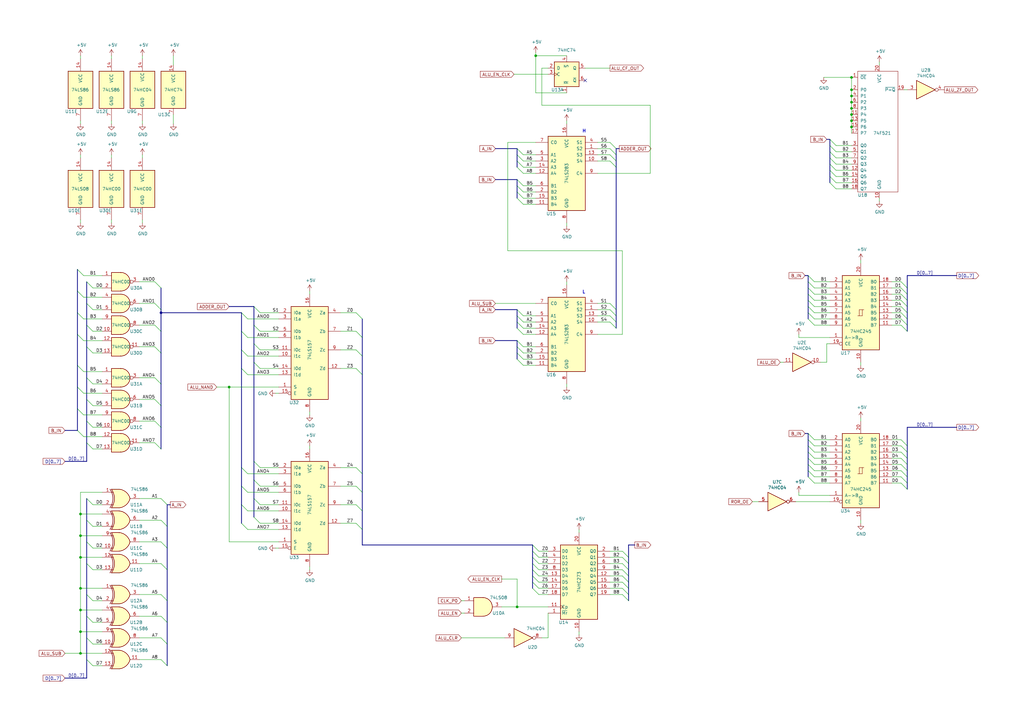
<source format=kicad_sch>
(kicad_sch (version 20231120) (generator "eeschema") (generator_version "8.0")
  (paper "A3")
  (junction (at 349.25 41.91))
  (junction (at 212.09 248.92))
  (junction (at 93.98 158.75))
  (junction (at 33.02 241.3))
  (junction (at 33.02 250.19))
  (junction (at 349.25 39.37))
  (junction (at 349.25 36.83))
  (junction (at 349.25 49.53))
  (junction (at 33.02 219.71))
  (junction (at 33.02 210.82))
  (junction (at 66.04 128.27))
  (junction (at 33.02 228.6))
  (junction (at 349.25 46.99))
  (junction (at 219.71 22.86))
  (junction (at 33.02 267.97))
  (junction (at 33.02 259.08))
  (junction (at 349.25 44.45))
  (junction (at 349.25 31.75))
  (junction (at 349.25 52.07))
  (no_connect (at 240.03 33.02))
  (bus_entry (at 340.36 67.31) (size 2.54 2.54))
  (bus_entry (at 99.06 214.63) (size 2.54 2.54))
  (bus_entry (at 212.09 127) (size 2.54 2.54))
  (bus_entry (at 331.47 190.5) (size 2.54 2.54))
  (bus_entry (at 255.27 231.14) (size 2.54 2.54))
  (bus_entry (at 146.05 143.51) (size 2.54 2.54))
  (bus_entry (at 35.56 231.14) (size 2.54 2.54))
  (bus_entry (at 99.06 191.77) (size 2.54 2.54))
  (bus_entry (at 369.57 128.27) (size 2.54 2.54))
  (bus_entry (at 99.06 128.27) (size 2.54 2.54))
  (bus_entry (at 99.06 199.39) (size 2.54 2.54))
  (bus_entry (at 218.44 236.22) (size 2.54 2.54))
  (bus_entry (at 104.14 125.73) (size 2.54 2.54))
  (bus_entry (at 369.57 123.19) (size 2.54 2.54))
  (bus_entry (at 331.47 128.27) (size 2.54 2.54))
  (bus_entry (at 63.5 115.57) (size 2.54 2.54))
  (bus_entry (at 66.04 252.73) (size 2.54 2.54))
  (bus_entry (at 250.19 63.5) (size 2.54 2.54))
  (bus_entry (at 212.09 63.5) (size 2.54 2.54))
  (bus_entry (at 146.05 151.13) (size 2.54 2.54))
  (bus_entry (at 250.19 66.04) (size 2.54 2.54))
  (bus_entry (at 31.75 176.53) (size 2.54 2.54))
  (bus_entry (at 250.19 132.08) (size 2.54 2.54))
  (bus_entry (at 369.57 187.96) (size 2.54 2.54))
  (bus_entry (at 35.56 133.35) (size 2.54 2.54))
  (bus_entry (at 31.75 110.49) (size 2.54 2.54))
  (bus_entry (at 63.5 154.94) (size 2.54 2.54))
  (bus_entry (at 146.05 199.39) (size 2.54 2.54))
  (bus_entry (at 63.5 142.24) (size 2.54 2.54))
  (bus_entry (at 369.57 125.73) (size 2.54 2.54))
  (bus_entry (at 250.19 60.96) (size 2.54 2.54))
  (bus_entry (at 104.14 133.35) (size 2.54 2.54))
  (bus_entry (at 369.57 193.04) (size 2.54 2.54))
  (bus_entry (at 212.09 81.28) (size 2.54 2.54))
  (bus_entry (at 99.06 135.89) (size 2.54 2.54))
  (bus_entry (at 104.14 212.09) (size 2.54 2.54))
  (bus_entry (at 340.36 72.39) (size 2.54 2.54))
  (bus_entry (at 104.14 148.59) (size 2.54 2.54))
  (bus_entry (at 212.09 78.74) (size 2.54 2.54))
  (bus_entry (at 340.36 59.69) (size 2.54 2.54))
  (bus_entry (at 146.05 191.77) (size 2.54 2.54))
  (bus_entry (at 146.05 207.01) (size 2.54 2.54))
  (bus_entry (at 212.09 73.66) (size 2.54 2.54))
  (bus_entry (at 331.47 185.42) (size 2.54 2.54))
  (bus_entry (at 63.5 181.61) (size 2.54 2.54))
  (bus_entry (at 66.04 270.51) (size 2.54 2.54))
  (bus_entry (at 104.14 189.23) (size 2.54 2.54))
  (bus_entry (at 369.57 180.34) (size 2.54 2.54))
  (bus_entry (at 35.56 154.94) (size 2.54 2.54))
  (bus_entry (at 212.09 60.96) (size 2.54 2.54))
  (bus_entry (at 250.19 127) (size 2.54 2.54))
  (bus_entry (at 66.04 231.14) (size 2.54 2.54))
  (bus_entry (at 99.06 143.51) (size 2.54 2.54))
  (bus_entry (at 212.09 147.32) (size 2.54 2.54))
  (bus_entry (at 218.44 223.52) (size 2.54 2.54))
  (bus_entry (at 369.57 118.11) (size 2.54 2.54))
  (bus_entry (at 35.56 222.25) (size 2.54 2.54))
  (bus_entry (at 255.27 238.76) (size 2.54 2.54))
  (bus_entry (at 35.56 213.36) (size 2.54 2.54))
  (bus_entry (at 66.04 213.36) (size 2.54 2.54))
  (bus_entry (at 340.36 64.77) (size 2.54 2.54))
  (bus_entry (at 255.27 236.22) (size 2.54 2.54))
  (bus_entry (at 35.56 243.84) (size 2.54 2.54))
  (bus_entry (at 66.04 204.47) (size 2.54 2.54))
  (bus_entry (at 35.56 181.61) (size 2.54 2.54))
  (bus_entry (at 212.09 129.54) (size 2.54 2.54))
  (bus_entry (at 212.09 144.78) (size 2.54 2.54))
  (bus_entry (at 35.56 115.57) (size 2.54 2.54))
  (bus_entry (at 63.5 124.46) (size 2.54 2.54))
  (bus_entry (at 218.44 226.06) (size 2.54 2.54))
  (bus_entry (at 331.47 180.34) (size 2.54 2.54))
  (bus_entry (at 66.04 222.25) (size 2.54 2.54))
  (bus_entry (at 146.05 135.89) (size 2.54 2.54))
  (bus_entry (at 331.47 195.58) (size 2.54 2.54))
  (bus_entry (at 369.57 190.5) (size 2.54 2.54))
  (bus_entry (at 66.04 261.62) (size 2.54 2.54))
  (bus_entry (at 331.47 182.88) (size 2.54 2.54))
  (bus_entry (at 31.75 119.38) (size 2.54 2.54))
  (bus_entry (at 250.19 129.54) (size 2.54 2.54))
  (bus_entry (at 255.27 228.6) (size 2.54 2.54))
  (bus_entry (at 255.27 241.3) (size 2.54 2.54))
  (bus_entry (at 369.57 182.88) (size 2.54 2.54))
  (bus_entry (at 31.75 128.27) (size 2.54 2.54))
  (bus_entry (at 369.57 185.42) (size 2.54 2.54))
  (bus_entry (at 212.09 68.58) (size 2.54 2.54))
  (bus_entry (at 35.56 124.46) (size 2.54 2.54))
  (bus_entry (at 31.75 137.16) (size 2.54 2.54))
  (bus_entry (at 250.19 58.42) (size 2.54 2.54))
  (bus_entry (at 340.36 62.23) (size 2.54 2.54))
  (bus_entry (at 99.06 207.01) (size 2.54 2.54))
  (bus_entry (at 369.57 115.57) (size 2.54 2.54))
  (bus_entry (at 331.47 125.73) (size 2.54 2.54))
  (bus_entry (at 218.44 231.14) (size 2.54 2.54))
  (bus_entry (at 104.14 140.97) (size 2.54 2.54))
  (bus_entry (at 331.47 130.81) (size 2.54 2.54))
  (bus_entry (at 63.5 133.35) (size 2.54 2.54))
  (bus_entry (at 340.36 69.85) (size 2.54 2.54))
  (bus_entry (at 63.5 163.83) (size 2.54 2.54))
  (bus_entry (at 218.44 233.68) (size 2.54 2.54))
  (bus_entry (at 255.27 226.06) (size 2.54 2.54))
  (bus_entry (at 331.47 123.19) (size 2.54 2.54))
  (bus_entry (at 218.44 228.6) (size 2.54 2.54))
  (bus_entry (at 35.56 163.83) (size 2.54 2.54))
  (bus_entry (at 369.57 120.65) (size 2.54 2.54))
  (bus_entry (at 369.57 198.12) (size 2.54 2.54))
  (bus_entry (at 212.09 132.08) (size 2.54 2.54))
  (bus_entry (at 331.47 193.04) (size 2.54 2.54))
  (bus_entry (at 35.56 204.47) (size 2.54 2.54))
  (bus_entry (at 35.56 252.73) (size 2.54 2.54))
  (bus_entry (at 104.14 204.47) (size 2.54 2.54))
  (bus_entry (at 31.75 149.86) (size 2.54 2.54))
  (bus_entry (at 369.57 130.81) (size 2.54 2.54))
  (bus_entry (at 331.47 113.03) (size 2.54 2.54))
  (bus_entry (at 35.56 261.62) (size 2.54 2.54))
  (bus_entry (at 212.09 76.2) (size 2.54 2.54))
  (bus_entry (at 331.47 187.96) (size 2.54 2.54))
  (bus_entry (at 331.47 118.11) (size 2.54 2.54))
  (bus_entry (at 250.19 124.46) (size 2.54 2.54))
  (bus_entry (at 218.44 241.3) (size 2.54 2.54))
  (bus_entry (at 35.56 142.24) (size 2.54 2.54))
  (bus_entry (at 331.47 177.8) (size 2.54 2.54))
  (bus_entry (at 340.36 74.93) (size 2.54 2.54))
  (bus_entry (at 255.27 233.68) (size 2.54 2.54))
  (bus_entry (at 146.05 128.27) (size 2.54 2.54))
  (bus_entry (at 31.75 158.75) (size 2.54 2.54))
  (bus_entry (at 66.04 243.84) (size 2.54 2.54))
  (bus_entry (at 146.05 214.63) (size 2.54 2.54))
  (bus_entry (at 212.09 139.7) (size 2.54 2.54))
  (bus_entry (at 212.09 134.62) (size 2.54 2.54))
  (bus_entry (at 63.5 172.72) (size 2.54 2.54))
  (bus_entry (at 31.75 167.64) (size 2.54 2.54))
  (bus_entry (at 218.44 238.76) (size 2.54 2.54))
  (bus_entry (at 35.56 172.72) (size 2.54 2.54))
  (bus_entry (at 212.09 66.04) (size 2.54 2.54))
  (bus_entry (at 99.06 151.13) (size 2.54 2.54))
  (bus_entry (at 369.57 195.58) (size 2.54 2.54))
  (bus_entry (at 212.09 142.24) (size 2.54 2.54))
  (bus_entry (at 255.27 243.84) (size 2.54 2.54))
  (bus_entry (at 331.47 120.65) (size 2.54 2.54))
  (bus_entry (at 340.36 57.15) (size 2.54 2.54))
  (bus_entry (at 35.56 270.51) (size 2.54 2.54))
  (bus_entry (at 331.47 115.57) (size 2.54 2.54))
  (bus_entry (at 104.14 196.85) (size 2.54 2.54))
  (bus_entry (at 369.57 133.35) (size 2.54 2.54))
  (bus (pts (xy 35.56 261.62) (xy 35.56 270.51)))
  (wire (pts (xy 219.71 22.86) (xy 219.71 21.59)))
  (bus (pts (xy 372.11 187.96) (xy 372.11 190.5)))
  (bus (pts (xy 104.14 133.35) (xy 104.14 140.97)))
  (wire (pts (xy 365.76 115.57) (xy 369.57 115.57)))
  (wire (pts (xy 106.68 199.39) (xy 114.3 199.39)))
  (wire (pts (xy 106.68 207.01) (xy 114.3 207.01)))
  (bus (pts (xy 26.67 278.13) (xy 35.56 278.13)))
  (bus (pts (xy 68.58 246.38) (xy 68.58 255.27)))
  (bus (pts (xy 252.73 129.54) (xy 252.73 132.08)))
  (wire (pts (xy 33.02 91.44) (xy 33.02 90.17)))
  (wire (pts (xy 266.7 43.18) (xy 222.25 43.18)))
  (wire (pts (xy 349.25 36.83) (xy 349.25 31.75)))
  (wire (pts (xy 57.15 213.36) (xy 66.04 213.36)))
  (bus (pts (xy 99.06 207.01) (xy 99.06 214.63)))
  (bus (pts (xy 257.81 223.52) (xy 257.81 228.6)))
  (bus (pts (xy 218.44 223.52) (xy 218.44 226.06)))
  (wire (pts (xy 57.15 172.72) (xy 63.5 172.72)))
  (bus (pts (xy 257.81 243.84) (xy 257.81 246.38)))
  (bus (pts (xy 35.56 142.24) (xy 35.56 154.94)))
  (bus (pts (xy 31.75 128.27) (xy 31.75 137.16)))
  (bus (pts (xy 66.04 128.27) (xy 99.06 128.27)))
  (bus (pts (xy 35.56 252.73) (xy 35.56 261.62)))
  (bus (pts (xy 252.73 60.96) (xy 254 60.96)))
  (wire (pts (xy 57.15 222.25) (xy 66.04 222.25)))
  (wire (pts (xy 41.91 113.03) (xy 34.29 113.03)))
  (wire (pts (xy 224.79 238.76) (xy 220.98 238.76)))
  (bus (pts (xy 104.14 196.85) (xy 104.14 204.47)))
  (wire (pts (xy 45.72 64.77) (xy 45.72 63.5)))
  (wire (pts (xy 41.91 130.81) (xy 34.29 130.81)))
  (bus (pts (xy 252.73 60.96) (xy 252.73 63.5)))
  (wire (pts (xy 365.76 187.96) (xy 369.57 187.96)))
  (wire (pts (xy 41.91 219.71) (xy 33.02 219.71)))
  (bus (pts (xy 68.58 215.9) (xy 68.58 224.79)))
  (wire (pts (xy 219.71 78.74) (xy 214.63 78.74)))
  (wire (pts (xy 26.67 267.97) (xy 33.02 267.97)))
  (wire (pts (xy 41.91 215.9) (xy 38.1 215.9)))
  (bus (pts (xy 340.36 59.69) (xy 340.36 62.23)))
  (wire (pts (xy 139.7 135.89) (xy 146.05 135.89)))
  (wire (pts (xy 353.06 107.95) (xy 353.06 106.68)))
  (wire (pts (xy 41.91 179.07) (xy 34.29 179.07)))
  (bus (pts (xy 340.36 69.85) (xy 340.36 72.39)))
  (bus (pts (xy 35.56 204.47) (xy 35.56 213.36)))
  (wire (pts (xy 365.76 128.27) (xy 369.57 128.27)))
  (bus (pts (xy 331.47 185.42) (xy 331.47 187.96)))
  (wire (pts (xy 114.3 146.05) (xy 101.6 146.05)))
  (bus (pts (xy 99.06 128.27) (xy 99.06 135.89)))
  (wire (pts (xy 360.68 25.4) (xy 360.68 26.67)))
  (wire (pts (xy 340.36 118.11) (xy 334.01 118.11)))
  (wire (pts (xy 349.25 41.91) (xy 349.25 39.37)))
  (wire (pts (xy 205.74 248.92) (xy 212.09 248.92)))
  (bus (pts (xy 148.59 223.52) (xy 218.44 223.52)))
  (bus (pts (xy 372.11 182.88) (xy 372.11 185.42)))
  (wire (pts (xy 203.2 124.46) (xy 219.71 124.46)))
  (bus (pts (xy 104.14 140.97) (xy 104.14 148.59)))
  (wire (pts (xy 365.76 125.73) (xy 369.57 125.73)))
  (bus (pts (xy 66.04 144.78) (xy 66.04 157.48)))
  (bus (pts (xy 68.58 255.27) (xy 68.58 264.16)))
  (wire (pts (xy 57.15 181.61) (xy 63.5 181.61)))
  (wire (pts (xy 365.76 195.58) (xy 369.57 195.58)))
  (bus (pts (xy 212.09 63.5) (xy 212.09 66.04)))
  (bus (pts (xy 257.81 223.52) (xy 260.35 223.52)))
  (wire (pts (xy 365.76 180.34) (xy 369.57 180.34)))
  (bus (pts (xy 68.58 207.01) (xy 68.58 215.9)))
  (wire (pts (xy 41.91 264.16) (xy 38.1 264.16)))
  (wire (pts (xy 349.25 72.39) (xy 342.9 72.39)))
  (wire (pts (xy 232.41 115.57) (xy 232.41 116.84)))
  (wire (pts (xy 340.36 123.19) (xy 334.01 123.19)))
  (wire (pts (xy 219.71 149.86) (xy 214.63 149.86)))
  (bus (pts (xy 372.11 130.81) (xy 372.11 133.35)))
  (wire (pts (xy 372.11 36.83) (xy 370.84 36.83)))
  (wire (pts (xy 349.25 77.47) (xy 342.9 77.47)))
  (bus (pts (xy 331.47 187.96) (xy 331.47 190.5)))
  (wire (pts (xy 365.76 118.11) (xy 369.57 118.11)))
  (bus (pts (xy 99.06 191.77) (xy 99.06 199.39)))
  (wire (pts (xy 57.15 133.35) (xy 63.5 133.35)))
  (wire (pts (xy 266.7 71.12) (xy 266.7 43.18)))
  (bus (pts (xy 104.14 125.73) (xy 104.14 133.35)))
  (wire (pts (xy 340.36 138.43) (xy 327.66 138.43)))
  (wire (pts (xy 33.02 24.13) (xy 33.02 22.86)))
  (wire (pts (xy 106.68 214.63) (xy 114.3 214.63)))
  (wire (pts (xy 114.3 217.17) (xy 101.6 217.17)))
  (bus (pts (xy 212.09 76.2) (xy 212.09 78.74)))
  (bus (pts (xy 218.44 233.68) (xy 218.44 236.22)))
  (wire (pts (xy 106.68 135.89) (xy 114.3 135.89)))
  (bus (pts (xy 372.11 133.35) (xy 372.11 135.89)))
  (wire (pts (xy 222.25 43.18) (xy 222.25 27.94)))
  (wire (pts (xy 113.03 161.29) (xy 114.3 161.29)))
  (wire (pts (xy 365.76 193.04) (xy 369.57 193.04)))
  (wire (pts (xy 41.91 161.29) (xy 34.29 161.29)))
  (wire (pts (xy 189.23 251.46) (xy 190.5 251.46)))
  (bus (pts (xy 340.36 67.31) (xy 340.36 69.85)))
  (wire (pts (xy 340.36 195.58) (xy 334.01 195.58)))
  (wire (pts (xy 308.61 205.74) (xy 311.15 205.74)))
  (wire (pts (xy 224.79 236.22) (xy 220.98 236.22)))
  (wire (pts (xy 127 184.15) (xy 127 182.88)))
  (wire (pts (xy 245.11 129.54) (xy 250.19 129.54)))
  (bus (pts (xy 331.47 115.57) (xy 331.47 118.11)))
  (bus (pts (xy 31.75 176.53) (xy 26.67 176.53)))
  (wire (pts (xy 57.15 231.14) (xy 66.04 231.14)))
  (bus (pts (xy 340.36 64.77) (xy 340.36 67.31)))
  (bus (pts (xy 218.44 226.06) (xy 218.44 228.6)))
  (bus (pts (xy 35.56 163.83) (xy 35.56 172.72)))
  (wire (pts (xy 219.71 132.08) (xy 214.63 132.08)))
  (wire (pts (xy 127 120.65) (xy 127 119.38)))
  (bus (pts (xy 148.59 194.31) (xy 148.59 201.93)))
  (wire (pts (xy 41.91 127) (xy 38.1 127)))
  (bus (pts (xy 66.04 135.89) (xy 66.04 144.78)))
  (wire (pts (xy 57.15 142.24) (xy 63.5 142.24)))
  (wire (pts (xy 250.19 228.6) (xy 255.27 228.6)))
  (wire (pts (xy 139.7 143.51) (xy 146.05 143.51)))
  (bus (pts (xy 331.47 113.03) (xy 330.2 113.03)))
  (bus (pts (xy 252.73 63.5) (xy 252.73 66.04)))
  (bus (pts (xy 331.47 193.04) (xy 331.47 195.58)))
  (wire (pts (xy 114.3 209.55) (xy 101.6 209.55)))
  (bus (pts (xy 35.56 270.51) (xy 35.56 278.13)))
  (wire (pts (xy 57.15 270.51) (xy 66.04 270.51)))
  (bus (pts (xy 372.11 175.26) (xy 392.43 175.26)))
  (bus (pts (xy 218.44 238.76) (xy 218.44 241.3)))
  (wire (pts (xy 41.91 273.05) (xy 38.1 273.05)))
  (wire (pts (xy 139.7 199.39) (xy 146.05 199.39)))
  (wire (pts (xy 245.11 71.12) (xy 266.7 71.12)))
  (wire (pts (xy 41.91 166.37) (xy 38.1 166.37)))
  (bus (pts (xy 372.11 120.65) (xy 372.11 123.19)))
  (bus (pts (xy 372.11 128.27) (xy 372.11 130.81)))
  (wire (pts (xy 41.91 157.48) (xy 38.1 157.48)))
  (wire (pts (xy 139.7 151.13) (xy 146.05 151.13)))
  (wire (pts (xy 219.71 81.28) (xy 214.63 81.28)))
  (wire (pts (xy 245.11 63.5) (xy 250.19 63.5)))
  (wire (pts (xy 365.76 133.35) (xy 369.57 133.35)))
  (bus (pts (xy 372.11 113.03) (xy 392.43 113.03)))
  (wire (pts (xy 237.49 260.35) (xy 237.49 259.08)))
  (wire (pts (xy 224.79 261.62) (xy 224.79 251.46)))
  (bus (pts (xy 372.11 123.19) (xy 372.11 125.73)))
  (wire (pts (xy 245.11 58.42) (xy 250.19 58.42)))
  (bus (pts (xy 252.73 68.58) (xy 252.73 127)))
  (wire (pts (xy 250.19 226.06) (xy 255.27 226.06)))
  (bus (pts (xy 31.75 119.38) (xy 31.75 128.27)))
  (bus (pts (xy 252.73 127) (xy 252.73 129.54)))
  (wire (pts (xy 340.36 120.65) (xy 334.01 120.65)))
  (wire (pts (xy 114.3 194.31) (xy 101.6 194.31)))
  (wire (pts (xy 41.91 121.92) (xy 34.29 121.92)))
  (wire (pts (xy 212.09 248.92) (xy 224.79 248.92)))
  (wire (pts (xy 41.91 144.78) (xy 38.1 144.78)))
  (bus (pts (xy 31.75 137.16) (xy 31.75 149.86)))
  (bus (pts (xy 372.11 113.03) (xy 372.11 118.11)))
  (wire (pts (xy 365.76 185.42) (xy 369.57 185.42)))
  (wire (pts (xy 41.91 250.19) (xy 33.02 250.19)))
  (wire (pts (xy 57.15 261.62) (xy 66.04 261.62)))
  (wire (pts (xy 41.91 184.15) (xy 38.1 184.15)))
  (wire (pts (xy 212.09 248.92) (xy 212.09 237.49)))
  (wire (pts (xy 222.25 27.94) (xy 224.79 27.94)))
  (wire (pts (xy 219.71 76.2) (xy 214.63 76.2)))
  (wire (pts (xy 224.79 228.6) (xy 220.98 228.6)))
  (bus (pts (xy 257.81 228.6) (xy 257.81 231.14)))
  (bus (pts (xy 372.11 195.58) (xy 372.11 198.12)))
  (wire (pts (xy 45.72 91.44) (xy 45.72 90.17)))
  (bus (pts (xy 212.09 139.7) (xy 212.09 142.24)))
  (bus (pts (xy 212.09 129.54) (xy 212.09 132.08)))
  (wire (pts (xy 337.82 31.75) (xy 349.25 31.75)))
  (wire (pts (xy 349.25 67.31) (xy 342.9 67.31)))
  (wire (pts (xy 353.06 172.72) (xy 353.06 171.45)))
  (wire (pts (xy 222.25 261.62) (xy 224.79 261.62)))
  (wire (pts (xy 57.15 204.47) (xy 66.04 204.47)))
  (wire (pts (xy 219.71 66.04) (xy 214.63 66.04)))
  (wire (pts (xy 208.28 58.42) (xy 219.71 58.42)))
  (wire (pts (xy 41.91 259.08) (xy 33.02 259.08)))
  (wire (pts (xy 224.79 243.84) (xy 220.98 243.84)))
  (bus (pts (xy 212.09 142.24) (xy 212.09 144.78)))
  (wire (pts (xy 58.42 90.17) (xy 58.42 91.44)))
  (bus (pts (xy 99.06 135.89) (xy 99.06 143.51)))
  (wire (pts (xy 57.15 243.84) (xy 66.04 243.84)))
  (bus (pts (xy 340.36 57.15) (xy 339.09 57.15)))
  (bus (pts (xy 331.47 182.88) (xy 331.47 185.42)))
  (bus (pts (xy 257.81 238.76) (xy 257.81 241.3)))
  (bus (pts (xy 372.11 175.26) (xy 372.11 182.88)))
  (bus (pts (xy 331.47 118.11) (xy 331.47 120.65)))
  (bus (pts (xy 252.73 66.04) (xy 252.73 68.58)))
  (wire (pts (xy 349.25 62.23) (xy 342.9 62.23)))
  (wire (pts (xy 41.91 207.01) (xy 38.1 207.01)))
  (wire (pts (xy 340.36 187.96) (xy 334.01 187.96)))
  (bus (pts (xy 66.04 157.48) (xy 66.04 166.37)))
  (bus (pts (xy 35.56 213.36) (xy 35.56 222.25)))
  (wire (pts (xy 250.19 231.14) (xy 255.27 231.14)))
  (bus (pts (xy 212.09 60.96) (xy 203.2 60.96)))
  (wire (pts (xy 212.09 237.49) (xy 205.74 237.49)))
  (wire (pts (xy 114.3 138.43) (xy 101.6 138.43)))
  (bus (pts (xy 331.47 190.5) (xy 331.47 193.04)))
  (bus (pts (xy 372.11 185.42) (xy 372.11 187.96)))
  (wire (pts (xy 33.02 259.08) (xy 33.02 267.97)))
  (wire (pts (xy 245.11 137.16) (xy 255.27 137.16)))
  (bus (pts (xy 212.09 127) (xy 212.09 129.54)))
  (wire (pts (xy 41.91 233.68) (xy 38.1 233.68)))
  (wire (pts (xy 33.02 64.77) (xy 33.02 63.5)))
  (wire (pts (xy 340.36 203.2) (xy 327.66 203.2)))
  (wire (pts (xy 349.25 69.85) (xy 342.9 69.85)))
  (bus (pts (xy 68.58 233.68) (xy 68.58 246.38)))
  (bus (pts (xy 257.81 231.14) (xy 257.81 233.68)))
  (bus (pts (xy 340.36 57.15) (xy 340.36 59.69)))
  (wire (pts (xy 237.49 217.17) (xy 237.49 218.44)))
  (wire (pts (xy 255.27 137.16) (xy 255.27 102.87)))
  (bus (pts (xy 35.56 124.46) (xy 35.56 133.35)))
  (wire (pts (xy 58.42 63.5) (xy 58.42 64.77)))
  (bus (pts (xy 104.14 189.23) (xy 104.14 196.85)))
  (bus (pts (xy 35.56 231.14) (xy 35.56 243.84)))
  (wire (pts (xy 219.71 134.62) (xy 214.63 134.62)))
  (bus (pts (xy 331.47 128.27) (xy 331.47 130.81)))
  (wire (pts (xy 340.36 125.73) (xy 334.01 125.73)))
  (wire (pts (xy 245.11 60.96) (xy 250.19 60.96)))
  (wire (pts (xy 349.25 52.07) (xy 349.25 49.53)))
  (bus (pts (xy 203.2 73.66) (xy 212.09 73.66)))
  (wire (pts (xy 232.41 49.53) (xy 232.41 50.8)))
  (wire (pts (xy 219.71 71.12) (xy 214.63 71.12)))
  (wire (pts (xy 340.36 185.42) (xy 334.01 185.42)))
  (wire (pts (xy 106.68 151.13) (xy 114.3 151.13)))
  (wire (pts (xy 339.09 140.97) (xy 340.36 140.97)))
  (bus (pts (xy 66.04 175.26) (xy 66.04 184.15)))
  (wire (pts (xy 349.25 74.93) (xy 342.9 74.93)))
  (bus (pts (xy 31.75 158.75) (xy 31.75 167.64)))
  (wire (pts (xy 336.55 148.59) (xy 339.09 148.59)))
  (wire (pts (xy 340.36 190.5) (xy 334.01 190.5)))
  (wire (pts (xy 208.28 102.87) (xy 208.28 58.42)))
  (wire (pts (xy 139.7 214.63) (xy 146.05 214.63)))
  (wire (pts (xy 41.91 118.11) (xy 38.1 118.11)))
  (bus (pts (xy 212.09 132.08) (xy 212.09 134.62)))
  (wire (pts (xy 106.68 143.51) (xy 114.3 143.51)))
  (bus (pts (xy 31.75 167.64) (xy 31.75 176.53)))
  (bus (pts (xy 26.67 189.23) (xy 35.56 189.23)))
  (wire (pts (xy 139.7 207.01) (xy 146.05 207.01)))
  (bus (pts (xy 99.06 199.39) (xy 99.06 207.01)))
  (wire (pts (xy 339.09 148.59) (xy 339.09 140.97)))
  (wire (pts (xy 93.98 158.75) (xy 114.3 158.75)))
  (wire (pts (xy 232.41 158.75) (xy 232.41 157.48)))
  (wire (pts (xy 93.98 158.75) (xy 93.98 222.25)))
  (bus (pts (xy 35.56 154.94) (xy 35.56 163.83)))
  (wire (pts (xy 113.03 224.79) (xy 114.3 224.79)))
  (bus (pts (xy 148.59 209.55) (xy 148.59 217.17)))
  (wire (pts (xy 106.68 128.27) (xy 114.3 128.27)))
  (bus (pts (xy 148.59 201.93) (xy 148.59 209.55)))
  (bus (pts (xy 257.81 241.3) (xy 257.81 243.84)))
  (bus (pts (xy 372.11 125.73) (xy 372.11 128.27)))
  (bus (pts (xy 218.44 236.22) (xy 218.44 238.76)))
  (bus (pts (xy 372.11 118.11) (xy 372.11 120.65)))
  (bus (pts (xy 212.09 73.66) (xy 212.09 76.2)))
  (bus (pts (xy 99.06 143.51) (xy 99.06 151.13)))
  (wire (pts (xy 250.19 243.84) (xy 255.27 243.84)))
  (bus (pts (xy 331.47 177.8) (xy 330.2 177.8)))
  (bus (pts (xy 203.2 139.7) (xy 212.09 139.7)))
  (wire (pts (xy 219.71 68.58) (xy 214.63 68.58)))
  (wire (pts (xy 255.27 102.87) (xy 208.28 102.87)))
  (wire (pts (xy 365.76 182.88) (xy 369.57 182.88)))
  (wire (pts (xy 250.19 233.68) (xy 255.27 233.68)))
  (wire (pts (xy 33.02 50.8) (xy 33.02 49.53)))
  (wire (pts (xy 41.91 170.18) (xy 34.29 170.18)))
  (bus (pts (xy 66.04 127) (xy 66.04 128.27)))
  (wire (pts (xy 245.11 127) (xy 250.19 127)))
  (bus (pts (xy 212.09 127) (xy 203.2 127)))
  (bus (pts (xy 66.04 166.37) (xy 66.04 175.26)))
  (wire (pts (xy 139.7 128.27) (xy 146.05 128.27)))
  (wire (pts (xy 41.91 241.3) (xy 33.02 241.3)))
  (wire (pts (xy 349.25 49.53) (xy 349.25 46.99)))
  (wire (pts (xy 250.19 236.22) (xy 255.27 236.22)))
  (wire (pts (xy 232.41 92.71) (xy 232.41 91.44)))
  (wire (pts (xy 224.79 226.06) (xy 220.98 226.06)))
  (bus (pts (xy 35.56 172.72) (xy 35.56 181.61)))
  (wire (pts (xy 57.15 124.46) (xy 63.5 124.46)))
  (bus (pts (xy 148.59 130.81) (xy 148.59 138.43)))
  (wire (pts (xy 41.91 224.79) (xy 38.1 224.79)))
  (wire (pts (xy 127 170.18) (xy 127 168.91)))
  (wire (pts (xy 210.82 30.48) (xy 224.79 30.48)))
  (wire (pts (xy 326.39 205.74) (xy 340.36 205.74)))
  (bus (pts (xy 148.59 153.67) (xy 148.59 194.31)))
  (wire (pts (xy 41.91 175.26) (xy 38.1 175.26)))
  (wire (pts (xy 360.68 82.55) (xy 360.68 81.28)))
  (wire (pts (xy 33.02 241.3) (xy 33.02 228.6)))
  (wire (pts (xy 327.66 138.43) (xy 327.66 137.16)))
  (wire (pts (xy 127 233.68) (xy 127 232.41)))
  (wire (pts (xy 33.02 219.71) (xy 33.02 210.82)))
  (bus (pts (xy 331.47 123.19) (xy 331.47 125.73)))
  (bus (pts (xy 331.47 120.65) (xy 331.47 123.19)))
  (bus (pts (xy 68.58 264.16) (xy 68.58 273.05)))
  (wire (pts (xy 353.06 149.86) (xy 353.06 148.59)))
  (bus (pts (xy 31.75 110.49) (xy 31.75 119.38)))
  (wire (pts (xy 33.02 267.97) (xy 41.91 267.97)))
  (bus (pts (xy 35.56 222.25) (xy 35.56 231.14)))
  (wire (pts (xy 349.25 46.99) (xy 349.25 44.45)))
  (wire (pts (xy 219.71 63.5) (xy 214.63 63.5)))
  (wire (pts (xy 224.79 231.14) (xy 220.98 231.14)))
  (bus (pts (xy 66.04 118.11) (xy 66.04 127)))
  (bus (pts (xy 340.36 72.39) (xy 340.36 74.93)))
  (bus (pts (xy 218.44 231.14) (xy 218.44 233.68)))
  (wire (pts (xy 41.91 255.27) (xy 38.1 255.27)))
  (wire (pts (xy 340.36 198.12) (xy 334.01 198.12)))
  (wire (pts (xy 219.71 83.82) (xy 214.63 83.82)))
  (bus (pts (xy 35.56 243.84) (xy 35.56 252.73)))
  (wire (pts (xy 41.91 210.82) (xy 33.02 210.82)))
  (wire (pts (xy 33.02 250.19) (xy 33.02 241.3)))
  (bus (pts (xy 68.58 207.01) (xy 69.85 207.01)))
  (bus (pts (xy 104.14 148.59) (xy 104.14 189.23)))
  (bus (pts (xy 331.47 125.73) (xy 331.47 128.27)))
  (wire (pts (xy 250.19 241.3) (xy 255.27 241.3)))
  (bus (pts (xy 372.11 193.04) (xy 372.11 195.58)))
  (bus (pts (xy 148.59 146.05) (xy 148.59 153.67)))
  (wire (pts (xy 320.04 148.59) (xy 321.31 148.59)))
  (wire (pts (xy 114.3 153.67) (xy 101.6 153.67)))
  (wire (pts (xy 93.98 222.25) (xy 114.3 222.25)))
  (wire (pts (xy 58.42 50.8) (xy 58.42 49.53)))
  (wire (pts (xy 340.36 128.27) (xy 334.01 128.27)))
  (bus (pts (xy 148.59 217.17) (xy 148.59 223.52)))
  (bus (pts (xy 35.56 133.35) (xy 35.56 142.24)))
  (wire (pts (xy 189.23 261.62) (xy 207.01 261.62)))
  (wire (pts (xy 240.03 27.94) (xy 250.19 27.94)))
  (wire (pts (xy 340.36 115.57) (xy 334.01 115.57)))
  (wire (pts (xy 349.25 54.61) (xy 349.25 52.07)))
  (bus (pts (xy 340.36 62.23) (xy 340.36 64.77)))
  (bus (pts (xy 31.75 149.86) (xy 31.75 158.75)))
  (bus (pts (xy 372.11 198.12) (xy 372.11 200.66)))
  (bus (pts (xy 68.58 224.79) (xy 68.58 233.68)))
  (wire (pts (xy 33.02 210.82) (xy 33.02 201.93)))
  (wire (pts (xy 224.79 233.68) (xy 220.98 233.68)))
  (bus (pts (xy 212.09 144.78) (xy 212.09 147.32)))
  (wire (pts (xy 189.23 246.38) (xy 190.5 246.38)))
  (wire (pts (xy 349.25 44.45) (xy 349.25 41.91)))
  (wire (pts (xy 365.76 190.5) (xy 369.57 190.5)))
  (wire (pts (xy 245.11 124.46) (xy 250.19 124.46)))
  (wire (pts (xy 245.11 66.04) (xy 250.19 66.04)))
  (wire (pts (xy 33.02 201.93) (xy 41.91 201.93)))
  (bus (pts (xy 331.47 113.03) (xy 331.47 115.57)))
  (wire (pts (xy 219.71 137.16) (xy 214.63 137.16)))
  (wire (pts (xy 349.25 64.77) (xy 342.9 64.77)))
  (wire (pts (xy 88.9 158.75) (xy 93.98 158.75)))
  (wire (pts (xy 71.12 50.8) (xy 71.12 46.99)))
  (wire (pts (xy 219.71 129.54) (xy 214.63 129.54)))
  (wire (pts (xy 224.79 241.3) (xy 220.98 241.3)))
  (wire (pts (xy 232.41 22.86) (xy 219.71 22.86)))
  (wire (pts (xy 365.76 120.65) (xy 369.57 120.65)))
  (wire (pts (xy 219.71 38.1) (xy 219.71 22.86)))
  (wire (pts (xy 219.71 142.24) (xy 214.63 142.24)))
  (wire (pts (xy 340.36 182.88) (xy 334.01 182.88)))
  (bus (pts (xy 257.81 233.68) (xy 257.81 236.22)))
  (wire (pts (xy 349.25 39.37) (xy 349.25 36.83)))
  (wire (pts (xy 33.02 228.6) (xy 33.02 219.71)))
  (wire (pts (xy 365.76 130.81) (xy 369.57 130.81)))
  (bus (pts (xy 104.14 125.73) (xy 93.98 125.73)))
  (wire (pts (xy 250.19 238.76) (xy 255.27 238.76)))
  (bus (pts (xy 252.73 132.08) (xy 252.73 134.62)))
  (wire (pts (xy 245.11 132.08) (xy 250.19 132.08)))
  (wire (pts (xy 58.42 22.86) (xy 58.42 24.13)))
  (wire (pts (xy 71.12 26.67) (xy 71.12 22.86)))
  (bus (pts (xy 99.06 151.13) (xy 99.06 191.77)))
  (wire (pts (xy 232.41 38.1) (xy 219.71 38.1)))
  (bus (pts (xy 35.56 115.57) (xy 35.56 124.46)))
  (wire (pts (xy 219.71 147.32) (xy 214.63 147.32)))
  (bus (pts (xy 331.47 180.34) (xy 331.47 182.88)))
  (wire (pts (xy 340.36 180.34) (xy 334.01 180.34)))
  (wire (pts (xy 57.15 154.94) (xy 63.5 154.94)))
  (wire (pts (xy 365.76 198.12) (xy 369.57 198.12)))
  (wire (pts (xy 57.15 252.73) (xy 66.04 252.73)))
  (wire (pts (xy 365.76 123.19) (xy 369.57 123.19)))
  (wire (pts (xy 327.66 203.2) (xy 327.66 201.93)))
  (wire (pts (xy 33.02 250.19) (xy 33.02 259.08)))
  (bus (pts (xy 257.81 236.22) (xy 257.81 238.76)))
  (wire (pts (xy 353.06 214.63) (xy 353.06 213.36)))
  (bus (pts (xy 66.04 128.27) (xy 66.04 135.89)))
  (bus (pts (xy 104.14 204.47) (xy 104.14 212.09)))
  (wire (pts (xy 41.91 139.7) (xy 34.29 139.7)))
  (wire (pts (xy 106.68 191.77) (xy 114.3 191.77)))
  (wire (pts (xy 41.91 152.4) (xy 34.29 152.4)))
  (wire (pts (xy 114.3 201.93) (xy 101.6 201.93)))
  (wire (pts (xy 41.91 228.6) (xy 33.02 228.6)))
  (bus (pts (xy 212.09 78.74) (xy 212.09 81.28)))
  (wire (pts (xy 45.72 24.13) (xy 45.72 22.86)))
  (wire (pts (xy 340.36 130.81) (xy 334.01 130.81)))
  (bus (pts (xy 35.56 181.61) (xy 35.56 189.23)))
  (bus (pts (xy 372.11 190.5) (xy 372.11 193.04)))
  (wire (pts (xy 57.15 163.83) (xy 63.5 163.83)))
  (wire (pts (xy 139.7 191.77) (xy 146.05 191.77)))
  (bus (pts (xy 218.44 228.6) (xy 218.44 231.14)))
  (wire (pts (xy 41.91 135.89) (xy 38.1 135.89)))
  (bus (pts (xy 212.09 60.96) (xy 212.09 63.5)))
  (wire (pts (xy 349.25 59.69) (xy 342.9 59.69)))
  (bus (pts (xy 331.47 177.8) (xy 331.47 180.34)))
  (wire (pts (xy 340.36 133.35) (xy 334.01 133.35)))
  (bus (pts (xy 148.59 138.43) (xy 148.59 146.05)))
  (wire (pts (xy 57.15 115.57) (xy 63.5 115.57)))
  (wire (pts (xy 114.3 130.81) (xy 101.6 130.81)))
  (wire (pts (xy 45.72 50.8) (xy 45.72 49.53)))
  (wire (pts (xy 219.71 144.78) (xy 214.63 144.78)))
  (wire (pts (xy 41.91 246.38) (xy 38.1 246.38)))
  (bus (pts (xy 212.09 66.04) (xy 212.09 68.58)))
  (wire (pts (xy 340.36 193.04) (xy 334.01 193.04)))
  (text "H" (at 238.76 54.61 0) (effects (font (size 1.27 1.27) (thickness 0.254) (bold yes)) (justify left bottom)))
  (text "L" (at 238.76 120.65 0) (effects (font (size 1.27 1.27) (thickness 0.254) (bold yes)) (justify left bottom)))
  (label "S7" (at 246.38 63.5 0))
  (label "D2" (at 365.76 182.88 0))
  (label "S5" (at 111.76 191.77 0))
  (label "A8" (at 215.9 71.12 0))
  (label "B8" (at 345.44 77.47 0))
  (label "B2" (at 336.55 118.11 0))
  (label "B8" (at 336.55 133.35 0))
  (label "A6" (at 62.23 252.73 0))
  (label "B1" (at 251.46 226.06 0))
  (label "ANO4" (at 58.42 154.94 0))
  (label "B1" (at 36.83 113.03 0))
  (label "B1" (at 345.44 59.69 0))
  (label "B7" (at 345.44 74.93 0))
  (label "B6" (at 251.46 238.76 0))
  (label "Z2" (at 142.24 143.51 0))
  (label "B7" (at 336.55 195.58 0))
  (label "B2" (at 345.44 62.23 0))
  (label "S1" (at 246.38 124.46 0))
  (label "ANO5" (at 58.42 163.83 0))
  (label "Z7" (at 142.24 214.63 0))
  (label "D4" (at 367.03 125.73 0))
  (label "S2" (at 111.76 135.89 0))
  (label "B2" (at 336.55 182.88 0))
  (label "D6" (at 365.76 193.04 0))
  (label "Z2" (at 222.25 231.14 0))
  (label "D5" (at 39.37 166.37 0))
  (label "D[0..7]" (at 27.94 278.13 0))
  (label "B4" (at 345.44 67.31 0))
  (label "D[0..7]" (at 375.92 113.03 0))
  (label "Z0" (at 142.24 128.27 0))
  (label "D[0..7]" (at 375.92 175.26 0))
  (label "D5" (at 367.03 128.27 0))
  (label "B1" (at 336.55 115.57 0))
  (label "B8" (at 251.46 243.84 0))
  (label "A1" (at 215.9 129.54 0))
  (label "D7" (at 365.76 195.58 0))
  (label "D1" (at 39.37 215.9 0))
  (label "Z1" (at 222.25 228.6 0))
  (label "B5" (at 251.46 236.22 0))
  (label "D6" (at 367.03 130.81 0))
  (label "B4" (at 215.9 149.86 0))
  (label "B2" (at 36.83 121.92 0))
  (label "B4" (at 336.55 187.96 0))
  (label "D6" (at 39.37 175.26 0))
  (label "Z1" (at 142.24 135.89 0))
  (label "D4" (at 39.37 157.48 0))
  (label "D7" (at 367.03 133.35 0))
  (label "B7" (at 251.46 241.3 0))
  (label "D5" (at 365.76 190.5 0))
  (label "ANO1" (at 105.41 138.43 0))
  (label "D[0..7]" (at 27.94 189.23 0))
  (label "A1" (at 62.23 204.47 0))
  (label "Z3" (at 222.25 233.68 0))
  (label "S7" (at 111.76 207.01 0))
  (label "S8" (at 111.76 214.63 0))
  (label "ANO5" (at 105.41 201.93 0))
  (label "B6" (at 215.9 78.74 0))
  (label "S2" (at 246.38 127 0))
  (label "Z6" (at 142.24 207.01 0))
  (label "B6" (at 336.55 193.04 0))
  (label "A3" (at 62.23 222.25 0))
  (label "B7" (at 36.83 170.18 0))
  (label "D3" (at 367.03 123.19 0))
  (label "A4" (at 215.9 137.16 0))
  (label "B7" (at 336.55 130.81 0))
  (label "B4" (at 251.46 233.68 0))
  (label "A8" (at 62.23 270.51 0))
  (label "ANO7" (at 105.41 217.17 0))
  (label "B6" (at 36.83 161.29 0))
  (label "A5" (at 62.23 243.84 0))
  (label "ANO0" (at 58.42 115.57 0))
  (label "Z3" (at 142.24 151.13 0))
  (label "Z7" (at 222.25 243.84 0))
  (label "ANO2" (at 58.42 133.35 0))
  (label "D7" (at 39.37 184.15 0))
  (label "B5" (at 345.44 69.85 0))
  (label "B5" (at 215.9 76.2 0))
  (label "B6" (at 336.55 128.27 0))
  (label "D1" (at 367.03 118.11 0))
  (label "S3" (at 111.76 143.51 0))
  (label "ANO3" (at 105.41 153.67 0))
  (label "B8" (at 215.9 83.82 0))
  (label "B5" (at 36.83 152.4 0))
  (label "B5" (at 336.55 190.5 0))
  (label "B3" (at 336.55 185.42 0))
  (label "Z4" (at 142.24 191.77 0))
  (label "ANO4" (at 105.41 194.31 0))
  (label "ANO1" (at 58.42 124.46 0))
  (label "Z4" (at 222.25 236.22 0))
  (label "B3" (at 345.44 64.77 0))
  (label "B8" (at 336.55 198.12 0))
  (label "A3" (at 215.9 134.62 0))
  (label "D2" (at 367.03 120.65 0))
  (label "A4" (at 62.23 231.14 0))
  (label "S8" (at 246.38 66.04 0))
  (label "D6" (at 39.37 264.16 0))
  (label "B6" (at 345.44 72.39 0))
  (label "S3" (at 246.38 129.54 0))
  (label "B3" (at 336.55 120.65 0))
  (label "B3" (at 36.83 130.81 0))
  (label "Z5" (at 142.24 199.39 0))
  (label "D0" (at 367.03 115.57 0))
  (label "D5" (at 39.37 255.27 0))
  (label "B2" (at 251.46 228.6 0))
  (label "D0" (at 39.37 207.01 0))
  (label "D4" (at 365.76 187.96 0))
  (label "D2" (at 39.37 135.89 0))
  (label "S1" (at 111.76 128.27 0))
  (label "B4" (at 336.55 123.19 0))
  (label "D3" (at 365.76 185.42 0))
  (label "D3" (at 39.37 233.68 0))
  (label "A6" (at 215.9 66.04 0))
  (label "ANO2" (at 105.41 146.05 0))
  (label "Z6" (at 222.25 241.3 0))
  (label "S6" (at 111.76 199.39 0))
  (label "B2" (at 215.9 144.78 0))
  (label "B1" (at 336.55 180.34 0))
  (label "S5" (at 246.38 58.42 0))
  (label "Z0" (at 222.25 226.06 0))
  (label "D4" (at 39.37 246.38 0))
  (label "ANO0" (at 105.41 130.81 0))
  (label "Z5" (at 222.25 238.76 0))
  (label "D1" (at 39.37 127 0))
  (label "D0" (at 39.37 118.11 0))
  (label "B8" (at 36.83 179.07 0))
  (label "D3" (at 39.37 144.78 0))
  (label "ANO3" (at 58.42 142.24 0))
  (label "B4" (at 36.83 139.7 0))
  (label "D2" (at 39.37 224.79 0))
  (label "D7" (at 39.37 273.05 0))
  (label "B7" (at 215.9 81.28 0))
  (label "A7" (at 62.23 261.62 0))
  (label "S4" (at 246.38 132.08 0))
  (label "A7" (at 215.9 68.58 0))
  (label "D0" (at 365.76 198.12 0))
  (label "A2" (at 215.9 132.08 0))
  (label "S6" (at 246.38 60.96 0))
  (label "B3" (at 251.46 231.14 0))
  (label "ANO6" (at 58.42 172.72 0))
  (label "B3" (at 215.9 147.32 0))
  (label "S4" (at 111.76 151.13 0))
  (label "ANO7" (at 58.42 181.61 0))
  (label "D1" (at 365.76 180.34 0))
  (label "A2" (at 62.23 213.36 0))
  (label "ANO6" (at 105.41 209.55 0))
  (label "B1" (at 215.9 142.24 0))
  (label "A5" (at 215.9 63.5 0))
  (label "B5" (at 336.55 125.73 0))
  (global_label "ALU_OE" (shape input) (at 320.04 148.59 180) (property "Intersheetrefs" "${INTERSHEET_REFS}" (effects (hide yes))))
  (global_label "CLK_P0" (shape input) (at 189.23 246.38 180) (property "Intersheetrefs" "${INTERSHEET_REFS}" (effects (hide yes))))
  (global_label "B_IN" (shape input) (at 26.67 176.53 180) (property "Intersheetrefs" "${INTERSHEET_REFS}" (effects (hide yes))))
  (global_label "B_IN" (shape input) (at 203.2 139.7 180) (property "Intersheetrefs" "${INTERSHEET_REFS}" (effects (hide yes))))
  (global_label "B_IN" (shape output) (at 260.35 223.52 0) (property "Intersheetrefs" "${INTERSHEET_REFS}" (effects (hide yes))))
  (global_label "B_IN" (shape input) (at 330.2 113.03 180) (property "Intersheetrefs" "${INTERSHEET_REFS}" (effects (hide yes))))
  (global_label "ADDER_OUT" (shape output) (at 254 60.96 0) (property "Intersheetrefs" "${INTERSHEET_REFS}" (effects (hide yes))))
  (global_label "B_IN" (shape input) (at 339.09 57.15 180) (property "Intersheetrefs" "${INTERSHEET_REFS}" (effects (hide yes))))
  (global_label "D[0..7]" (shape input) (at 26.67 189.23 180) (property "Intersheetrefs" "${INTERSHEET_REFS}" (effects (hide yes))))
  (global_label "ROR_OE" (shape input) (at 308.61 205.74 180) (property "Intersheetrefs" "${INTERSHEET_REFS}" (effects (hide yes))))
  (global_label "ALU_SUB" (shape input) (at 203.2 124.46 180) (property "Intersheetrefs" "${INTERSHEET_REFS}" (effects (hide yes))))
  (global_label "ADDER_OUT" (shape input) (at 93.98 125.73 180) (property "Intersheetrefs" "${INTERSHEET_REFS}" (effects (hide yes))))
  (global_label "D[0..7]" (shape input) (at 26.67 278.13 180) (property "Intersheetrefs" "${INTERSHEET_REFS}" (effects (hide yes))))
  (global_label "ALU_NAND" (shape input) (at 88.9 158.75 180) (property "Intersheetrefs" "${INTERSHEET_REFS}" (effects (hide yes))))
  (global_label "ALU_EN_CLK" (shape input) (at 210.82 30.48 180) (property "Intersheetrefs" "${INTERSHEET_REFS}" (effects (hide yes))))
  (global_label "B_IN" (shape input) (at 203.2 73.66 180) (property "Intersheetrefs" "${INTERSHEET_REFS}" (effects (hide yes))))
  (global_label "ALU_EN_CLK" (shape output) (at 205.74 237.49 180) (property "Intersheetrefs" "${INTERSHEET_REFS}" (effects (hide yes))))
  (global_label "ALU_CF_OUT" (shape output) (at 250.19 27.94 0) (property "Intersheetrefs" "${INTERSHEET_REFS}" (effects (hide yes))))
  (global_label "D[0..7]" (shape output) (at 392.43 113.03 0) (property "Intersheetrefs" "${INTERSHEET_REFS}" (effects (hide yes))))
  (global_label "A_IN" (shape input) (at 203.2 127 180) (property "Intersheetrefs" "${INTERSHEET_REFS}" (effects (hide yes))))
  (global_label "A_IN" (shape output) (at 69.85 207.01 0) (property "Intersheetrefs" "${INTERSHEET_REFS}" (effects (hide yes))))
  (global_label "D[0..7]" (shape output) (at 392.43 175.26 0) (property "Intersheetrefs" "${INTERSHEET_REFS}" (effects (hide yes))))
  (global_label "B_IN" (shape input) (at 330.2 177.8 180) (property "Intersheetrefs" "${INTERSHEET_REFS}" (effects (hide yes))))
  (global_label "A_IN" (shape input) (at 203.2 60.96 180) (property "Intersheetrefs" "${INTERSHEET_REFS}" (effects (hide yes))))
  (global_label "ALU_ZF_OUT" (shape output) (at 387.35 36.83 0) (property "Intersheetrefs" "${INTERSHEET_REFS}" (effects (hide yes))))
  (global_label "ALU_SUB" (shape input) (at 26.67 267.97 180) (property "Intersheetrefs" "${INTERSHEET_REFS}" (effects (hide yes))))
  (global_label "ALU_CLR" (shape input) (at 189.23 261.62 180) (property "Intersheetrefs" "${INTERSHEET_REFS}" (effects (hide yes))))
  (global_label "ALU_EN" (shape input) (at 189.23 251.46 180) (property "Intersheetrefs" "${INTERSHEET_REFS}" (effects (hide yes))))
  (symbol (lib_id "74xx:74HC245") (at 353.06 193.04 0) (unit 1)
    (property "Reference" "U34" (at 346.71 209.55 0))
    (property "Value" "74HC245" (at 353.06 200.66 0))
    (property "Footprint" "Package_DIP:DIP-20_W7.62mm" (effects (hide yes)))
    (property "Datasheet" "http://www.ti.com/lit/gpn/sn74HC245" (effects (hide yes)))
    (instances (project "8bit_computer" (path "" (reference "U34") (unit 1)) (path "" (reference "U?") (unit 1))))
  )
  (symbol (lib_id "8bit_computer-rescue:GND-power") (at 353.06 214.63 0) (unit 1)
    (property "Reference" "#PWR0122" (effects (hide yes)))
    (property "Value" "GND" (at 353.187 219.0242 0))
    (instances (project "8bit_computer" (path "" (reference "#PWR0122") (unit 1)) (path "" (reference "#PWR?") (unit 1))))
  )
  (symbol (lib_id "8bit_computer-rescue:+5V-power") (at 353.06 171.45 0) (unit 1)
    (property "Reference" "#PWR0121" (effects (hide yes)))
    (property "Value" "+5V" (at 353.441 167.0558 0))
    (instances (project "8bit_computer" (path "" (reference "#PWR0121") (unit 1)) (path "" (reference "#PWR?") (unit 1))))
  )
  (symbol (lib_id "8bit_computer-rescue:+5V-power") (at 327.66 201.93 0) (unit 1)
    (property "Reference" "#PWR0120" (effects (hide yes)))
    (property "Value" "+5V" (at 328.041 197.5358 0))
    (instances (project "8bit_computer" (path "" (reference "#PWR0120") (unit 1)) (path "" (reference "#PWR?") (unit 1))))
  )
  (symbol (lib_id "74xx:74HC04") (at 318.77 205.74 0) (unit 3)
    (property "Reference" "U?" (at 318.77 197.6882 0))
    (property "Value" "74HC04" (at 318.77 199.9996 0))
    (property "Footprint" "Package_DIP:DIP-14_W7.62mm" (effects (hide yes)))
    (property "Datasheet" "https://assets.nexperia.com/documents/data-sheet/74HC_HCT04.pdf" (effects (hide yes)))
    (instances (project "8bit_computer" (path "" (reference "U?") (unit 3)) (path "" (reference "U9") (unit 3)) (path "" (reference "U?") (unit 3)) (path "" (reference "U?") (unit 3))))
  )
  (symbol (lib_id "74xx:74HC00") (at 49.53 115.57 0) (unit 1)
    (property "Reference" "U30" (at 55.88 118.11 0))
    (property "Value" "74HC00" (at 49.53 115.57 0))
    (property "Footprint" "Package_DIP:DIP-14_W7.62mm" (effects (hide yes)))
    (property "Datasheet" "http://www.ti.com/lit/gpn/sn74hc00" (effects (hide yes)))
  )
  (symbol (lib_id "74xx:74HC00") (at 49.53 124.46 0) (unit 2)
    (property "Reference" "U30" (at 55.88 127 0))
    (property "Value" "74HC00" (at 49.53 124.46 0))
    (property "Footprint" "Package_DIP:DIP-14_W7.62mm" (effects (hide yes)))
    (property "Datasheet" "http://www.ti.com/lit/gpn/sn74hc00" (effects (hide yes)))
  )
  (symbol (lib_id "74xx:74HC00") (at 49.53 133.35 0) (unit 3)
    (property "Reference" "U30" (at 55.88 135.89 0))
    (property "Value" "74HC00" (at 49.53 133.35 0))
    (property "Footprint" "Package_DIP:DIP-14_W7.62mm" (effects (hide yes)))
    (property "Datasheet" "http://www.ti.com/lit/gpn/sn74hc00" (effects (hide yes)))
  )
  (symbol (lib_id "74xx:74HC00") (at 49.53 142.24 0) (unit 4)
    (property "Reference" "U30" (at 55.88 144.78 0))
    (property "Value" "74HC00" (at 49.53 142.24 0))
    (property "Footprint" "Package_DIP:DIP-14_W7.62mm" (effects (hide yes)))
    (property "Datasheet" "http://www.ti.com/lit/gpn/sn74hc00" (effects (hide yes)))
  )
  (symbol (lib_id "74xx:74HC00") (at 58.42 77.47 0) (unit 5)
    (property "Reference" "U31" (at 53.34 86.36 0) (effects (justify left)))
    (property "Value" "74HC00" (at 54.61 77.47 0) (effects (justify left)))
    (property "Footprint" "Package_DIP:DIP-14_W7.62mm" (effects (hide yes)))
    (property "Datasheet" "http://www.ti.com/lit/gpn/sn74hc00" (effects (hide yes)))
  )
  (symbol (lib_id "74xx:74HC00") (at 49.53 154.94 0) (unit 1)
    (property "Reference" "U31" (at 55.88 157.48 0))
    (property "Value" "74HC00" (at 49.53 154.94 0))
    (property "Footprint" "Package_DIP:DIP-14_W7.62mm" (effects (hide yes)))
    (property "Datasheet" "http://www.ti.com/lit/gpn/sn74hc00" (effects (hide yes)))
  )
  (symbol (lib_id "74xx:74HC00") (at 49.53 163.83 0) (unit 2)
    (property "Reference" "U31" (at 55.88 166.37 0))
    (property "Value" "74HC00" (at 49.53 163.83 0))
    (property "Footprint" "Package_DIP:DIP-14_W7.62mm" (effects (hide yes)))
    (property "Datasheet" "http://www.ti.com/lit/gpn/sn74hc00" (effects (hide yes)))
  )
  (symbol (lib_id "74xx:74HC00") (at 49.53 172.72 0) (unit 3)
    (property "Reference" "U31" (at 55.88 175.26 0))
    (property "Value" "74HC00" (at 49.53 172.72 0))
    (property "Footprint" "Package_DIP:DIP-14_W7.62mm" (effects (hide yes)))
    (property "Datasheet" "http://www.ti.com/lit/gpn/sn74hc00" (effects (hide yes)))
  )
  (symbol (lib_id "74xx:74HC00") (at 49.53 181.61 0) (unit 4)
    (property "Reference" "U31" (at 55.88 184.15 0))
    (property "Value" "74HC00" (at 49.53 181.61 0))
    (property "Footprint" "Package_DIP:DIP-14_W7.62mm" (effects (hide yes)))
    (property "Datasheet" "http://www.ti.com/lit/gpn/sn74hc00" (effects (hide yes)))
  )
  (symbol (lib_id "74xx:74HC00") (at 45.72 77.47 0) (unit 5)
    (property "Reference" "U30" (at 40.64 86.36 0) (effects (justify left)))
    (property "Value" "74HC00" (at 41.91 77.47 0) (effects (justify left)))
    (property "Footprint" "Package_DIP:DIP-14_W7.62mm" (effects (hide yes)))
    (property "Datasheet" "http://www.ti.com/lit/gpn/sn74hc00" (effects (hide yes)))
  )
  (symbol (lib_id "8bit_computer-rescue:+5V-power") (at 45.72 63.5 0) (unit 1)
    (property "Reference" "#PWR0105" (effects (hide yes)))
    (property "Value" "+5V" (at 46.101 59.1058 0))
    (instances (project "8bit_computer" (path "" (reference "#PWR0105") (unit 1)) (path "" (reference "#PWR?") (unit 1))))
  )
  (symbol (lib_id "8bit_computer-rescue:GND-power") (at 45.72 91.44 0) (unit 1)
    (property "Reference" "#PWR0106" (effects (hide yes)))
    (property "Value" "GND" (at 45.847 95.8342 0))
    (instances (project "8bit_computer" (path "" (reference "#PWR0106") (unit 1)) (path "" (reference "#PWR?") (unit 1))))
  )
  (symbol (lib_id "8bit_computer-rescue:GND-power") (at 58.42 91.44 0) (unit 1)
    (property "Reference" "#PWR0108" (effects (hide yes)))
    (property "Value" "GND" (at 58.547 95.8342 0))
    (instances (project "8bit_computer" (path "" (reference "#PWR0108") (unit 1)) (path "" (reference "#PWR?") (unit 1))))
  )
  (symbol (lib_id "8bit_computer-rescue:+5V-power") (at 58.42 63.5 0) (unit 1)
    (property "Reference" "#PWR0107" (effects (hide yes)))
    (property "Value" "+5V" (at 58.801 59.1058 0))
    (instances (project "8bit_computer" (path "" (reference "#PWR0107") (unit 1)) (path "" (reference "#PWR?") (unit 1))))
  )
  (symbol (lib_id "74xx:74LS283") (at 232.41 71.12 0) (unit 1)
    (property "Reference" "U15" (at 226.06 87.63 0))
    (property "Value" "74LS283" (at 232.41 71.12 90))
    (property "Footprint" "Package_DIP:DIP-16_W7.62mm" (effects (hide yes)))
    (property "Datasheet" "http://www.ti.com/lit/gpn/sn74LS283" (effects (hide yes)))
    (instances (project "8bit_computer" (path "" (reference "U15") (unit 1)) (path "" (reference "U?") (unit 1))))
  )
  (symbol (lib_id "8bit_computer-rescue:+5V-power") (at 232.41 49.53 0) (unit 1)
    (property "Reference" "#PWR033" (effects (hide yes)))
    (property "Value" "+5V" (at 232.791 45.1358 0))
    (instances (project "8bit_computer" (path "" (reference "#PWR033") (unit 1)) (path "" (reference "#PWR?") (unit 1))))
  )
  (symbol (lib_id "8bit_computer-rescue:GND-power") (at 232.41 92.71 0) (unit 1)
    (property "Reference" "#PWR034" (effects (hide yes)))
    (property "Value" "GND" (at 232.537 97.1042 0))
    (instances (project "8bit_computer" (path "" (reference "#PWR034") (unit 1)) (path "" (reference "#PWR?") (unit 1))))
  )
  (symbol (lib_id "74xx:74LS283") (at 232.41 137.16 0) (unit 1)
    (property "Reference" "U16" (at 226.06 153.67 0))
    (property "Value" "74LS283" (at 232.41 137.16 90))
    (property "Footprint" "Package_DIP:DIP-16_W7.62mm" (effects (hide yes)))
    (property "Datasheet" "http://www.ti.com/lit/gpn/sn74LS283" (effects (hide yes)))
    (instances (project "8bit_computer" (path "" (reference "U16") (unit 1)) (path "" (reference "U?") (unit 1))))
  )
  (symbol (lib_id "8bit_computer-rescue:+5V-power") (at 232.41 115.57 0) (unit 1)
    (property "Reference" "#PWR035" (effects (hide yes)))
    (property "Value" "+5V" (at 232.791 111.1758 0))
    (instances (project "8bit_computer" (path "" (reference "#PWR035") (unit 1)) (path "" (reference "#PWR?") (unit 1))))
  )
  (symbol (lib_id "8bit_computer-rescue:GND-power") (at 232.41 158.75 0) (unit 1)
    (property "Reference" "#PWR036" (effects (hide yes)))
    (property "Value" "GND" (at 232.537 163.1442 0))
    (instances (project "8bit_computer" (path "" (reference "#PWR036") (unit 1)) (path "" (reference "#PWR?") (unit 1))))
  )
  (symbol (lib_id "74xx:74LS86") (at 49.53 204.47 0) (unit 1)
    (property "Reference" "U11" (at 55.88 207.01 0))
    (property "Value" "74LS86" (at 57.15 200.66 0))
    (property "Footprint" "Package_DIP:DIP-14_W7.62mm" (effects (hide yes)))
    (property "Datasheet" "74xx/74ls86.pdf" (effects (hide yes)))
    (instances (project "8bit_computer" (path "" (reference "U11") (unit 1)) (path "" (reference "U?") (unit 1))))
  )
  (symbol (lib_id "74xx:74LS86") (at 49.53 213.36 0) (unit 2)
    (property "Reference" "U11" (at 55.88 215.9 0))
    (property "Value" "74LS86" (at 57.15 209.55 0))
    (property "Footprint" "Package_DIP:DIP-14_W7.62mm" (effects (hide yes)))
    (property "Datasheet" "74xx/74ls86.pdf" (effects (hide yes)))
    (instances (project "8bit_computer" (path "" (reference "U11") (unit 2)) (path "" (reference "U?") (unit 2))))
  )
  (symbol (lib_id "74xx:74LS86") (at 49.53 222.25 0) (unit 3)
    (property "Reference" "U11" (at 55.88 224.79 0))
    (property "Value" "74LS86" (at 57.15 218.44 0))
    (property "Footprint" "Package_DIP:DIP-14_W7.62mm" (effects (hide yes)))
    (property "Datasheet" "74xx/74ls86.pdf" (effects (hide yes)))
    (instances (project "8bit_computer" (path "" (reference "U11") (unit 3)) (path "" (reference "U?") (unit 3))))
  )
  (symbol (lib_id "74xx:74LS86") (at 49.53 231.14 0) (unit 4)
    (property "Reference" "U11" (at 55.88 233.68 0))
    (property "Value" "74LS86" (at 57.15 227.33 0))
    (property "Footprint" "Package_DIP:DIP-14_W7.62mm" (effects (hide yes)))
    (property "Datasheet" "74xx/74ls86.pdf" (effects (hide yes)))
    (instances (project "8bit_computer" (path "" (reference "U11") (unit 4)) (path "" (reference "U?") (unit 4))))
  )
  (symbol (lib_id "74xx:74LS86") (at 33.02 36.83 0) (unit 5)
    (property "Reference" "U11" (at 26.67 45.72 0) (effects (justify left)))
    (property "Value" "74LS86" (at 29.21 36.83 0) (effects (justify left)))
    (property "Footprint" "Package_DIP:DIP-14_W7.62mm" (effects (hide yes)))
    (property "Datasheet" "74xx/74ls86.pdf" (effects (hide yes)))
    (instances (project "8bit_computer" (path "" (reference "U11") (unit 5)) (path "" (reference "U?") (unit 5))))
  )
  (symbol (lib_id "74xx:74LS86") (at 49.53 243.84 0) (unit 1)
    (property "Reference" "U12" (at 55.88 246.38 0))
    (property "Value" "74LS86" (at 57.15 240.03 0))
    (property "Footprint" "Package_DIP:DIP-14_W7.62mm" (effects (hide yes)))
    (property "Datasheet" "74xx/74ls86.pdf" (effects (hide yes)))
    (instances (project "8bit_computer" (path "" (reference "U12") (unit 1)) (path "" (reference "U?") (unit 1))))
  )
  (symbol (lib_id "74xx:74LS86") (at 49.53 252.73 0) (unit 2)
    (property "Reference" "U12" (at 55.88 255.27 0))
    (property "Value" "74LS86" (at 57.15 248.92 0))
    (property "Footprint" "Package_DIP:DIP-14_W7.62mm" (effects (hide yes)))
    (property "Datasheet" "74xx/74ls86.pdf" (effects (hide yes)))
    (instances (project "8bit_computer" (path "" (reference "U12") (unit 2)) (path "" (reference "U?") (unit 2))))
  )
  (symbol (lib_id "74xx:74LS86") (at 49.53 261.62 0) (unit 3)
    (property "Reference" "U12" (at 55.88 264.16 0))
    (property "Value" "74LS86" (at 57.15 257.81 0))
    (property "Footprint" "Package_DIP:DIP-14_W7.62mm" (effects (hide yes)))
    (property "Datasheet" "74xx/74ls86.pdf" (effects (hide yes)))
    (instances (project "8bit_computer" (path "" (reference "U12") (unit 3)) (path "" (reference "U?") (unit 3))))
  )
  (symbol (lib_id "74xx:74LS86") (at 49.53 270.51 0) (unit 4)
    (property "Reference" "U12" (at 55.88 273.05 0))
    (property "Value" "74LS86" (at 57.15 266.7 0))
    (property "Footprint" "Package_DIP:DIP-14_W7.62mm" (effects (hide yes)))
    (property "Datasheet" "74xx/74ls86.pdf" (effects (hide yes)))
    (instances (project "8bit_computer" (path "" (reference "U12") (unit 4)) (path "" (reference "U?") (unit 4))))
  )
  (symbol (lib_id "74xx:74LS86") (at 45.72 36.83 0) (unit 5)
    (property "Reference" "U12" (at 39.37 45.72 0) (effects (justify left)))
    (property "Value" "74LS86" (at 41.91 36.83 0) (effects (justify left)))
    (property "Footprint" "Package_DIP:DIP-14_W7.62mm" (effects (hide yes)))
    (property "Datasheet" "74xx/74ls86.pdf" (effects (hide yes)))
    (instances (project "8bit_computer" (path "" (reference "U12") (unit 5)) (path "" (reference "U?") (unit 5))))
  )
  (symbol (lib_id "8bit_computer-rescue:+5V-power") (at 45.72 22.86 0) (unit 1)
    (property "Reference" "#PWR024" (effects (hide yes)))
    (property "Value" "+5V" (at 46.101 18.4658 0))
    (instances (project "8bit_computer" (path "" (reference "#PWR024") (unit 1)) (path "" (reference "#PWR?") (unit 1))))
  )
  (symbol (lib_id "8bit_computer-rescue:+5V-power") (at 33.02 22.86 0) (unit 1)
    (property "Reference" "#PWR020" (effects (hide yes)))
    (property "Value" "+5V" (at 33.401 18.4658 0))
    (instances (project "8bit_computer" (path "" (reference "#PWR020") (unit 1)) (path "" (reference "#PWR?") (unit 1))))
  )
  (symbol (lib_id "8bit_computer-rescue:GND-power") (at 45.72 50.8 0) (unit 1)
    (property "Reference" "#PWR025" (effects (hide yes)))
    (property "Value" "GND" (at 45.847 55.1942 0))
    (instances (project "8bit_computer" (path "" (reference "#PWR025") (unit 1)) (path "" (reference "#PWR?") (unit 1))))
  )
  (symbol (lib_id "8bit_computer-rescue:GND-power") (at 33.02 50.8 0) (unit 1)
    (property "Reference" "#PWR021" (effects (hide yes)))
    (property "Value" "GND" (at 33.147 55.1942 0))
    (instances (project "8bit_computer" (path "" (reference "#PWR021") (unit 1)) (path "" (reference "#PWR?") (unit 1))))
  )
  (symbol (lib_id "74xx:74HC273") (at 237.49 238.76 0) (unit 1)
    (property "Reference" "U14" (at 231.14 255.27 0))
    (property "Value" "74HC273" (at 237.49 238.76 90))
    (property "Footprint" "Package_DIP:DIP-20_W7.62mm" (effects (hide yes)))
    (property "Datasheet" "https://assets.nexperia.com/documents/data-sheet/74HC_HCT273.pdf" (effects (hide yes)))
    (instances (project "8bit_computer" (path "" (reference "U14") (unit 1)) (path "" (reference "U?") (unit 1))))
  )
  (symbol (lib_id "8bit_computer-rescue:GND-power") (at 237.49 260.35 0) (unit 1)
    (property "Reference" "#PWR031" (effects (hide yes)))
    (property "Value" "GND" (at 237.617 264.7442 0))
    (instances (project "8bit_computer" (path "" (reference "#PWR031") (unit 1)) (path "" (reference "#PWR?") (unit 1))))
  )
  (symbol (lib_id "74F521:74F521") (at 360.68 54.61 0) (unit 1)
    (property "Reference" "U18" (at 351.79 80.01 0) (effects (justify left)))
    (property "Value" "74F521" (at 358.14 54.61 0) (effects (justify left)))
    (property "Footprint" "Package_DIP:DIP-20_W7.62mm" (effects (hide yes)))
    (instances (project "8bit_computer" (path "" (reference "U18") (unit 1)) (path "" (reference "U?") (unit 1))))
  )
  (symbol (lib_id "8bit_computer-rescue:GND-power") (at 337.82 31.75 0) (unit 1)
    (property "Reference" "#PWR038" (effects (hide yes)))
    (property "Value" "GND" (at 337.947 36.1442 0))
    (instances (project "8bit_computer" (path "" (reference "#PWR038") (unit 1)) (path "" (reference "#PWR?") (unit 1))))
  )
  (symbol (lib_id "8bit_computer-rescue:GND-power") (at 360.68 82.55 0) (unit 1)
    (property "Reference" "#PWR042" (effects (hide yes)))
    (property "Value" "GND" (at 360.807 86.9442 0))
    (instances (project "8bit_computer" (path "" (reference "#PWR042") (unit 1)) (path "" (reference "#PWR?") (unit 1))))
  )
  (symbol (lib_id "74xx:74HC04") (at 379.73 36.83 0) (unit 2)
    (property "Reference" "U2" (at 379.73 28.7782 0))
    (property "Value" "74HC04" (at 379.73 31.0896 0))
    (property "Footprint" "Package_DIP:DIP-14_W7.62mm" (effects (hide yes)))
    (property "Datasheet" "https://assets.nexperia.com/documents/data-sheet/74HC_HCT04.pdf" (effects (hide yes)))
    (instances (project "8bit_computer" (path "" (reference "U2") (unit 2)) (path "" (reference "U?") (unit 2))))
  )
  (symbol (lib_id "74xx:74HC04") (at 328.93 148.59 0) (unit 5)
    (property "Reference" "U2" (at 328.93 140.5382 0))
    (property "Value" "74HC04" (at 328.93 142.8496 0))
    (property "Footprint" "Package_DIP:DIP-14_W7.62mm" (effects (hide yes)))
    (property "Datasheet" "https://assets.nexperia.com/documents/data-sheet/74HC_HCT04.pdf" (effects (hide yes)))
    (instances (project "8bit_computer" (path "" (reference "U2") (unit 5)) (path "" (reference "U?") (unit 5))))
  )
  (symbol (lib_id "74xx:74HC04") (at 58.42 36.83 0) (unit 7)
    (property "Reference" "U9" (at 52.07 45.72 0) (effects (justify left)))
    (property "Value" "74HC04" (at 54.61 36.83 0) (effects (justify left)))
    (property "Footprint" "Package_DIP:DIP-14_W7.62mm" (effects (hide yes)))
    (property "Datasheet" "https://assets.nexperia.com/documents/data-sheet/74HC_HCT04.pdf" (effects (hide yes)))
    (instances (project "8bit_computer" (path "" (reference "U9") (unit 7)) (path "" (reference "U?") (unit 7))))
  )
  (symbol (lib_id "74xx:74HC245") (at 353.06 128.27 0) (unit 1)
    (property "Reference" "U17" (at 346.71 144.78 0))
    (property "Value" "74HC245" (at 353.06 135.89 0))
    (property "Footprint" "Package_DIP:DIP-20_W7.62mm" (effects (hide yes)))
    (property "Datasheet" "http://www.ti.com/lit/gpn/sn74HC245" (effects (hide yes)))
    (instances (project "8bit_computer" (path "" (reference "U17") (unit 1)) (path "" (reference "U?") (unit 1))))
  )
  (symbol (lib_id "8bit_computer-rescue:+5V-power") (at 360.68 25.4 0) (unit 1)
    (property "Reference" "#PWR041" (effects (hide yes)))
    (property "Value" "+5V" (at 361.061 21.0058 0))
    (instances (project "8bit_computer" (path "" (reference "#PWR041") (unit 1)) (path "" (reference "#PWR?") (unit 1))))
  )
  (symbol (lib_id "8bit_computer-rescue:GND-power") (at 353.06 149.86 0) (unit 1)
    (property "Reference" "#PWR040" (effects (hide yes)))
    (property "Value" "GND" (at 353.187 154.2542 0))
    (instances (project "8bit_computer" (path "" (reference "#PWR040") (unit 1)) (path "" (reference "#PWR?") (unit 1))))
  )
  (symbol (lib_id "8bit_computer-rescue:+5V-power") (at 353.06 106.68 0) (unit 1)
    (property "Reference" "#PWR039" (effects (hide yes)))
    (property "Value" "+5V" (at 353.441 102.2858 0))
    (instances (project "8bit_computer" (path "" (reference "#PWR039") (unit 1)) (path "" (reference "#PWR?") (unit 1))))
  )
  (symbol (lib_id "8bit_computer-rescue:+5V-power") (at 58.42 22.86 0) (unit 1)
    (property "Reference" "#PWR026" (effects (hide yes)))
    (property "Value" "+5V" (at 58.801 18.4658 0))
    (instances (project "8bit_computer" (path "" (reference "#PWR026") (unit 1)) (path "" (reference "#PWR?") (unit 1))))
  )
  (symbol (lib_id "8bit_computer-rescue:GND-power") (at 58.42 50.8 0) (unit 1)
    (property "Reference" "#PWR027" (effects (hide yes)))
    (property "Value" "GND" (at 58.547 55.1942 0))
    (instances (project "8bit_computer" (path "" (reference "#PWR027") (unit 1)) (path "" (reference "#PWR?") (unit 1))))
  )
  (symbol (lib_id "8bit_computer-rescue:+5V-power") (at 327.66 137.16 0) (unit 1)
    (property "Reference" "#PWR037" (effects (hide yes)))
    (property "Value" "+5V" (at 328.041 132.7658 0))
    (instances (project "8bit_computer" (path "" (reference "#PWR037") (unit 1)) (path "" (reference "#PWR?") (unit 1))))
  )
  (symbol (lib_id "8bit_computer-rescue:+5V-power") (at 237.49 217.17 0) (unit 1)
    (property "Reference" "#PWR030" (effects (hide yes)))
    (property "Value" "+5V" (at 237.871 212.7758 0))
    (instances (project "8bit_computer" (path "" (reference "#PWR030") (unit 1)) (path "" (reference "#PWR?") (unit 1))))
  )
  (symbol (lib_id "74xx:74LS157") (at 127 207.01 0) (unit 1)
    (property "Reference" "U33" (at 120.65 228.6 0))
    (property "Value" "74LS157" (at 127 207.01 90))
    (property "Footprint" "Package_DIP:DIP-16_W7.62mm" (effects (hide yes)))
    (property "Datasheet" "http://www.ti.com/lit/gpn/sn74LS157" (effects (hide yes)))
  )
  (symbol (lib_id "8bit_computer-rescue:+5V-power") (at 127 182.88 0) (unit 1)
    (property "Reference" "#PWR0111" (effects (hide yes)))
    (property "Value" "+5V" (at 127.381 178.4858 0))
    (instances (project "8bit_computer" (path "" (reference "#PWR0111") (unit 1)) (path "" (reference "#PWR?") (unit 1))))
  )
  (symbol (lib_id "8bit_computer-rescue:GND-power") (at 127 233.68 0) (unit 1)
    (property "Reference" "#PWR0112" (effects (hide yes)))
    (property "Value" "GND" (at 127.127 238.0742 0))
    (instances (project "8bit_computer" (path "" (reference "#PWR0112") (unit 1)) (path "" (reference "#PWR?") (unit 1))))
  )
  (symbol (lib_id "74xx:74LS08") (at 33.02 77.47 0) (unit 5)
    (property "Reference" "U10" (at 27.94 86.36 0) (effects (justify left)))
    (property "Value" "74LS08" (at 29.21 77.47 0) (effects (justify left)))
    (property "Footprint" "Package_DIP:DIP-14_W7.62mm" (effects (hide yes)))
    (property "Datasheet" "http://www.ti.com/lit/gpn/sn74LS08" (effects (hide yes)))
  )
  (symbol (lib_id "74xx:74LS08") (at 198.12 248.92 0) (unit 1)
    (property "Reference" "U10" (at 204.47 251.46 0))
    (property "Value" "74LS08" (at 204.47 245.11 0))
    (property "Footprint" "Package_DIP:DIP-14_W7.62mm" (effects (hide yes)))
    (property "Datasheet" "http://www.ti.com/lit/gpn/sn74LS08" (effects (hide yes)))
  )
  (symbol (lib_id "74xx:74LS157") (at 127 143.51 0) (unit 1)
    (property "Reference" "U32" (at 120.65 165.1 0))
    (property "Value" "74LS157" (at 127 143.51 90))
    (property "Footprint" "Package_DIP:DIP-16_W7.62mm" (effects (hide yes)))
    (property "Datasheet" "http://www.ti.com/lit/gpn/sn74LS157" (effects (hide yes)))
  )
  (symbol (lib_id "8bit_computer-rescue:+5V-power") (at 127 119.38 0) (unit 1)
    (property "Reference" "#PWR0109" (effects (hide yes)))
    (property "Value" "+5V" (at 127.381 114.9858 0))
    (instances (project "8bit_computer" (path "" (reference "#PWR0109") (unit 1)) (path "" (reference "#PWR?") (unit 1))))
  )
  (symbol (lib_id "8bit_computer-rescue:GND-power") (at 127 170.18 0) (unit 1)
    (property "Reference" "#PWR0110" (effects (hide yes)))
    (property "Value" "GND" (at 127.127 174.5742 0))
    (instances (project "8bit_computer" (path "" (reference "#PWR0110") (unit 1)) (path "" (reference "#PWR?") (unit 1))))
  )
  (symbol (lib_id "8bit_computer-rescue:GND-power") (at 113.03 161.29 270) (unit 1)
    (property "Reference" "#PWR0113" (effects (hide yes)))
    (property "Value" "GND" (at 109.7788 161.417 90) (effects (justify right)))
  )
  (symbol (lib_id "8bit_computer-rescue:GND-power") (at 113.03 224.79 270) (unit 1)
    (property "Reference" "#PWR0114" (effects (hide yes)))
    (property "Value" "GND" (at 109.7788 224.917 90) (effects (justify right)))
  )
  (symbol (lib_id "8bit_computer-rescue:GND-power") (at 33.02 91.44 0) (unit 1)
    (property "Reference" "#PWR023" (effects (hide yes)))
    (property "Value" "GND" (at 33.147 95.8342 0))
    (instances (project "8bit_computer" (path "" (reference "#PWR023") (unit 1)) (path "" (reference "#PWR?") (unit 1))))
  )
  (symbol (lib_id "8bit_computer-rescue:+5V-power") (at 33.02 63.5 0) (unit 1)
    (property "Reference" "#PWR022" (effects (hide yes)))
    (property "Value" "+5V" (at 33.401 59.1058 0))
    (instances (project "8bit_computer" (path "" (reference "#PWR022") (unit 1)) (path "" (reference "#PWR?") (unit 1))))
  )
  (symbol (lib_id "74xx:74HC74") (at 232.41 30.48 0) (unit 1)
    (property "Reference" "U13" (at 228.6 36.83 0))
    (property "Value" "74HC74" (at 232.41 20.574 0))
    (property "Footprint" "Package_DIP:DIP-14_W7.62mm" (effects (hide yes)))
    (property "Datasheet" "74xx/74hc_hct74.pdf" (effects (hide yes)))
  )
  (symbol (lib_id "74xx:74HC74") (at 71.12 36.83 0) (unit 3)
    (property "Reference" "U13" (at 64.77 46.99 0) (effects (justify left)))
    (property "Value" "74HC74" (at 67.31 36.83 0) (effects (justify left)))
    (property "Footprint" "Package_DIP:DIP-14_W7.62mm" (effects (hide yes)))
    (property "Datasheet" "74xx/74hc_hct74.pdf" (effects (hide yes)))
  )
  (symbol (lib_id "8bit_computer-rescue:+5V-power") (at 219.71 21.59 0) (unit 1)
    (property "Reference" "#PWR032" (effects (hide yes)))
    (property "Value" "+5V" (at 220.091 17.1958 0))
    (instances (project "8bit_computer" (path "" (reference "#PWR032") (unit 1)) (path "" (reference "#PWR?") (unit 1))))
  )
  (symbol (lib_id "8bit_computer-rescue:+5V-power") (at 71.12 22.86 0) (unit 1)
    (property "Reference" "#PWR028" (effects (hide yes)))
    (property "Value" "+5V" (at 71.501 18.4658 0))
    (instances (project "8bit_computer" (path "" (reference "#PWR028") (unit 1)) (path "" (reference "#PWR?") (unit 1))))
  )
  (symbol (lib_id "8bit_computer-rescue:GND-power") (at 71.12 50.8 0) (unit 1)
    (property "Reference" "#PWR029" (effects (hide yes)))
    (property "Value" "GND" (at 71.247 55.1942 0))
    (instances (project "8bit_computer" (path "" (reference "#PWR029") (unit 1)) (path "" (reference "#PWR?") (unit 1))))
  )
  (symbol (lib_id "74xx:74HC04") (at 214.63 261.62 0) (unit 4)
    (property "Reference" "U2" (at 218.44 265.43 0))
    (property "Value" "74HC04" (at 219.71 257.81 0))
    (property "Footprint" "Package_DIP:DIP-14_W7.62mm" (effects (hide yes)))
    (property "Datasheet" "https://assets.nexperia.com/documents/data-sheet/74HC_HCT04.pdf" (effects (hide yes)))
  )
)
</source>
